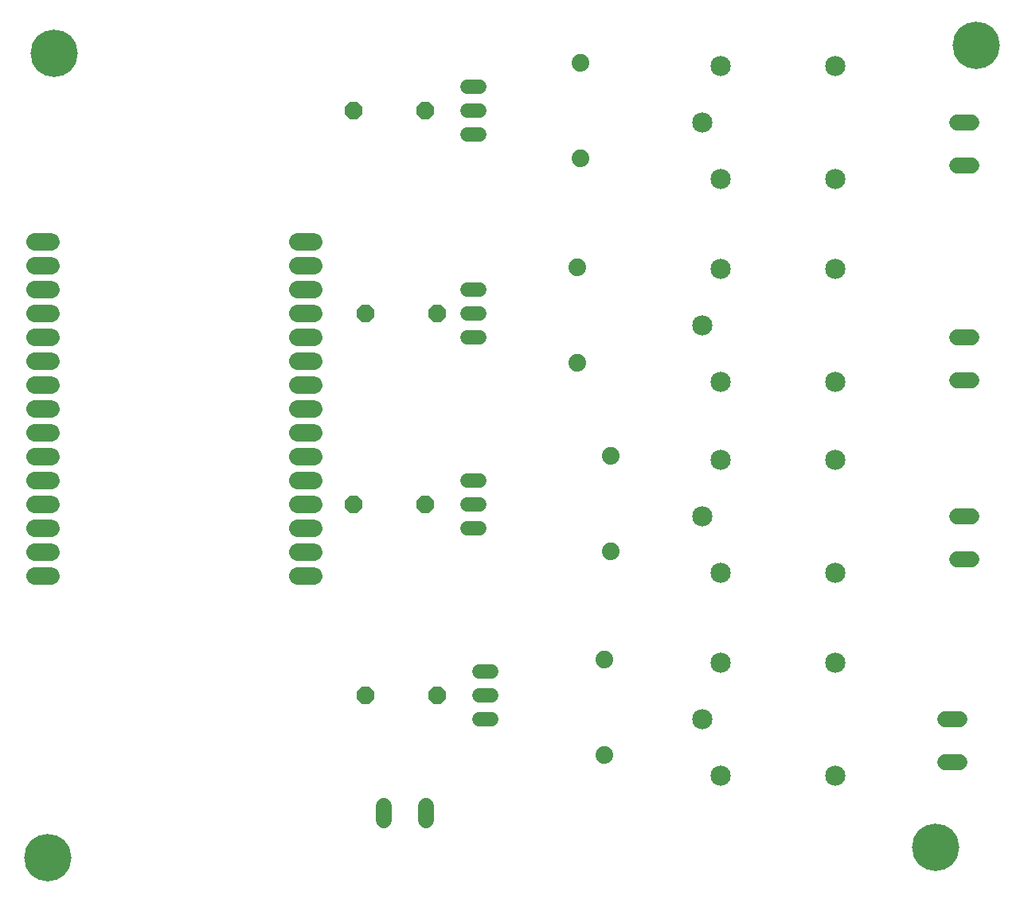
<source format=gbr>
G04 EAGLE Gerber RS-274X export*
G75*
%MOMM*%
%FSLAX34Y34*%
%LPD*%
%INSoldermask Top*%
%IPPOS*%
%AMOC8*
5,1,8,0,0,1.08239X$1,22.5*%
G01*
%ADD10C,1.879600*%
%ADD11C,2.153200*%
%ADD12P,2.034460X8X202.500000*%
%ADD13C,1.727200*%
%ADD14C,1.524000*%
%ADD15C,1.879600*%
%ADD16C,5.038600*%


D10*
X584200Y698500D03*
X584200Y800100D03*
X609600Y63500D03*
X609600Y165100D03*
X615950Y280670D03*
X615950Y382270D03*
X580390Y481330D03*
X580390Y582930D03*
D11*
X713100Y736600D03*
X733100Y676600D03*
X733100Y796600D03*
X855100Y676600D03*
X855100Y796600D03*
X713100Y101600D03*
X733100Y41600D03*
X733100Y161600D03*
X855100Y41600D03*
X855100Y161600D03*
X713100Y317500D03*
X733100Y257500D03*
X733100Y377500D03*
X855100Y257500D03*
X855100Y377500D03*
X713100Y520700D03*
X733100Y460700D03*
X733100Y580700D03*
X855100Y460700D03*
X855100Y580700D03*
D12*
X419100Y749300D03*
X342900Y749300D03*
X431800Y127000D03*
X355600Y127000D03*
X419100Y330200D03*
X342900Y330200D03*
X431800Y533400D03*
X355600Y533400D03*
D13*
X374850Y9890D02*
X374850Y-5350D01*
X419850Y-5350D02*
X419850Y9890D01*
X983980Y736400D02*
X999220Y736400D01*
X999220Y691400D02*
X983980Y691400D01*
X986520Y101400D02*
X971280Y101400D01*
X971280Y56400D02*
X986520Y56400D01*
X983980Y317300D02*
X999220Y317300D01*
X999220Y272300D02*
X983980Y272300D01*
X983980Y507800D02*
X999220Y507800D01*
X999220Y462800D02*
X983980Y462800D01*
D14*
X476504Y774700D02*
X463296Y774700D01*
X463296Y723900D02*
X476504Y723900D01*
X476504Y749300D02*
X463296Y749300D01*
X475996Y152400D02*
X489204Y152400D01*
X489204Y101600D02*
X475996Y101600D01*
X475996Y127000D02*
X489204Y127000D01*
X476504Y355600D02*
X463296Y355600D01*
X463296Y304800D02*
X476504Y304800D01*
X476504Y330200D02*
X463296Y330200D01*
X463296Y558800D02*
X476504Y558800D01*
X476504Y508000D02*
X463296Y508000D01*
X463296Y533400D02*
X476504Y533400D01*
D15*
X21082Y609600D02*
X4318Y609600D01*
X4318Y584200D02*
X21082Y584200D01*
X21082Y558800D02*
X4318Y558800D01*
X4318Y533400D02*
X21082Y533400D01*
X21082Y508000D02*
X4318Y508000D01*
X4318Y482600D02*
X21082Y482600D01*
X21082Y457200D02*
X4318Y457200D01*
X4318Y431800D02*
X21082Y431800D01*
X21082Y406400D02*
X4318Y406400D01*
X4318Y381000D02*
X21082Y381000D01*
X21082Y355600D02*
X4318Y355600D01*
X4318Y330200D02*
X21082Y330200D01*
X21082Y304800D02*
X4318Y304800D01*
X4318Y279400D02*
X21082Y279400D01*
X21082Y254000D02*
X4318Y254000D01*
X283718Y254000D02*
X300482Y254000D01*
X300482Y279400D02*
X283718Y279400D01*
X283718Y304800D02*
X300482Y304800D01*
X300482Y330200D02*
X283718Y330200D01*
X283718Y355600D02*
X300482Y355600D01*
X300482Y381000D02*
X283718Y381000D01*
X283718Y406400D02*
X300482Y406400D01*
X300482Y431800D02*
X283718Y431800D01*
X283718Y457200D02*
X300482Y457200D01*
X300482Y482600D02*
X283718Y482600D01*
X283718Y508000D02*
X300482Y508000D01*
X300482Y533400D02*
X283718Y533400D01*
X283718Y558800D02*
X300482Y558800D01*
X300482Y584200D02*
X283718Y584200D01*
X283718Y609600D02*
X300482Y609600D01*
D16*
X24130Y810260D03*
X1004570Y819150D03*
X17780Y-45720D03*
X961390Y-34290D03*
M02*

</source>
